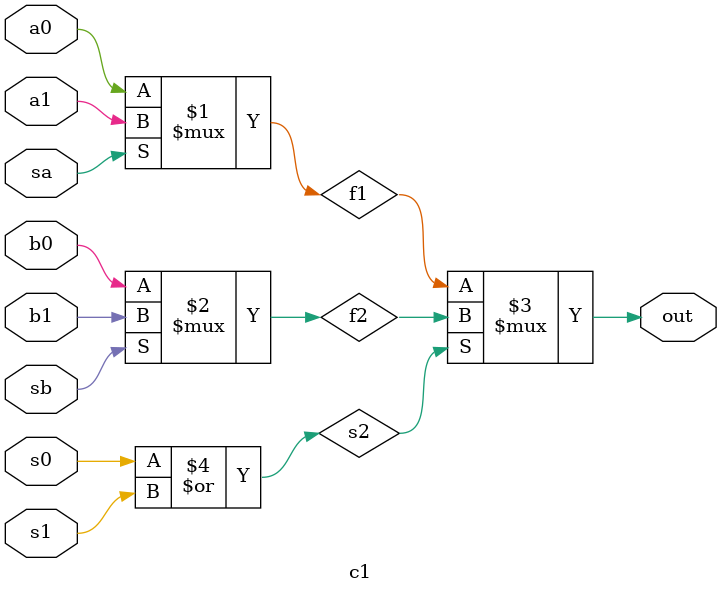
<source format=v>
module c1 (
    input a0, a1,
    input sa, 
    input b0, b1,
    input sb,
    input s0, s1,

    output out
);

    wire f1, f2, s2;

    assign f1 = sa ? a1 : a0;
    assign f2 = sb ? b1 : b0;
    assign out = s2 ? f2 : f1;    

    or or_s2(s2, s0, s1);
    
endmodule
</source>
